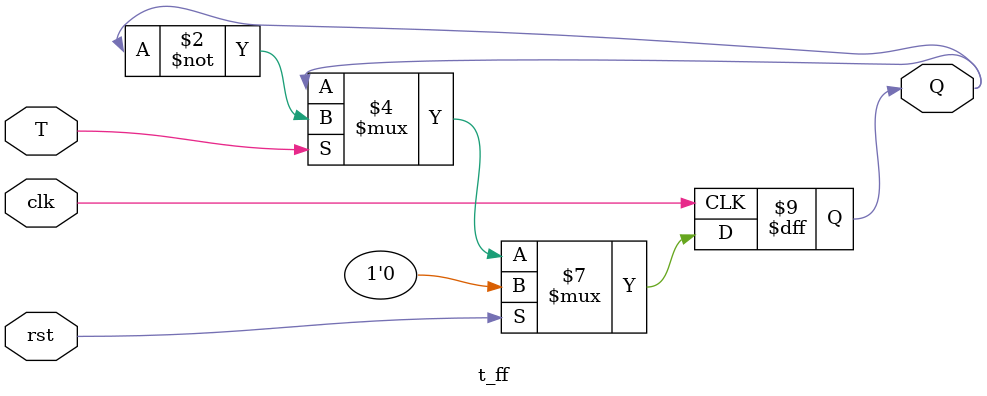
<source format=v>
module t_ff (input wire T, input wire clk, input wire rst, output reg Q);

always @(posedge clk )
	 begin  
	  if (rst) 
      Q <= 1'b0;  
    else if (T)   Q <= ~Q;   // toggle  
	  else    Q <= Q;    // hold
  end
endmodule


</source>
